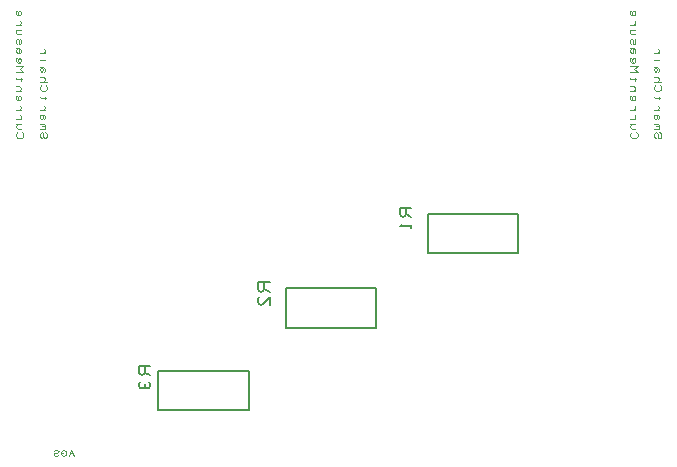
<source format=gbr>
G04 DesignSpark PCB Gerber Version 9.0 Build 5138 *
G04 #@! TF.Part,Single*
G04 #@! TF.FileFunction,Legend,Bot *
G04 #@! TF.FilePolarity,Positive *
%FSLAX35Y35*%
%MOIN*%
%ADD98C,0.00100*%
%ADD12C,0.00500*%
%ADD149C,0.00800*%
X0Y0D02*
D02*
D12*
X54566Y32984D02*
X50816D01*
Y30796*
X51128Y30171*
X51753Y29859*
X52378Y30171*
X52691Y30796*
Y32984*
Y30796D02*
X54566Y29859D01*
X54253Y27671D02*
X54566Y27046D01*
Y26421*
X54253Y25796*
X53628Y25484*
X53003Y25796*
X52691Y26421*
Y27046*
Y26421D02*
X52378Y25796D01*
X51753Y25484*
X51128Y25796*
X50816Y26421*
Y27046*
X51128Y27671*
X94330Y60937D02*
X90580D01*
Y58749*
X90892Y58124*
X91517Y57811*
X92142Y58124*
X92454Y58749*
Y60937*
Y58749D02*
X94330Y57811D01*
Y53437D02*
Y55937D01*
X92142Y53749*
X91517Y53437*
X90892Y53749*
X90580Y54374*
Y55311*
X90892Y55937*
X141574Y85740D02*
X137824D01*
Y83552*
X138136Y82927*
X138761Y82615*
X139386Y82927*
X139698Y83552*
Y85740*
Y83552D02*
X141574Y82615D01*
Y80115D02*
Y78865D01*
Y79490D02*
X137824D01*
X138448Y80115*
D02*
D98*
X10289Y110880D02*
X10093Y110683D01*
X9896Y110289*
Y109699*
X10093Y109305*
X10289Y109108*
X10683Y108911*
X11470*
X11864Y109108*
X12061Y109305*
X12258Y109699*
Y110289*
X12061Y110683*
X11864Y110880*
X11470Y112061D02*
X10486D01*
X10093Y112258*
X9896Y112652*
Y113045*
X10093Y113439*
X10486Y113636*
X11470D02*
X9896D01*
Y115211D02*
X11470D01*
X10880D02*
X11274Y115407D01*
X11470Y115801*
Y116195*
X11274Y116589*
X9896Y118360D02*
X11470D01*
X10880D02*
X11274Y118557D01*
X11470Y118951*
Y119344*
X11274Y119738*
X10093Y123085D02*
X9896Y122888D01*
Y122494*
Y122100*
X10093Y121707*
X10486Y121510*
X11077*
X11274Y121707*
X11470Y122100*
Y122494*
X11274Y122888*
X11077Y123085*
X10880*
X10683Y122888*
X10486Y122494*
Y122100*
X10683Y121707*
X10880Y121510*
X9896Y124659D02*
X11470D01*
X10880D02*
X11274Y124856D01*
X11470Y125250*
Y125644*
X11274Y126037*
X10880Y126234*
X9896*
X11470Y128137D02*
Y129056D01*
X11864Y128596D02*
X10093D01*
X9896Y128793*
Y128990*
X10093Y129187*
X9896Y130959D02*
X12258D01*
X11077Y131943*
X12258Y132927*
X9896*
X10093Y135683D02*
X9896Y135486D01*
Y135093*
Y134699*
X10093Y134305*
X10486Y134108*
X11077*
X11274Y134305*
X11470Y134699*
Y135093*
X11274Y135486*
X11077Y135683*
X10880*
X10683Y135486*
X10486Y135093*
Y134699*
X10683Y134305*
X10880Y134108*
X11274Y137258D02*
X11470Y137652D01*
Y138242*
X11274Y138636*
X10880Y138833*
X10289*
X10093Y138636*
X9896Y138242*
Y137848*
X10093Y137455*
X10289Y137258*
X10486*
X10683Y137455*
X10880Y137848*
Y138242*
X10683Y138636*
X10486Y138833*
X10289D02*
X9896D01*
X10093Y140407D02*
X9896Y140801D01*
Y141589*
X10093Y141982*
X10486*
X10683Y141589*
Y140801*
X10880Y140407*
X11274*
X11470Y140801*
Y141589*
X11274Y141982*
X11470Y143557D02*
X10486D01*
X10093Y143754*
X9896Y144148*
Y144541*
X10093Y144935*
X10486Y145132*
X11470D02*
X9896D01*
Y146707D02*
X11470D01*
X10880D02*
X11274Y146904D01*
X11470Y147297*
Y147691*
X11274Y148085*
X10093Y151431D02*
X9896Y151234D01*
Y150841*
Y150447*
X10093Y150053*
X10486Y149856*
X11077*
X11274Y150053*
X11470Y150447*
Y150841*
X11274Y151234*
X11077Y151431*
X10880*
X10683Y151234*
X10486Y150841*
Y150447*
X10683Y150053*
X10880Y149856*
X18360Y108911D02*
X17967Y109108D01*
X17770Y109502*
Y110289*
X17967Y110683*
X18360Y110880*
X18754Y110683*
X18951Y110289*
Y109502*
X19148Y109108*
X19541Y108911*
X19935Y109108*
X20132Y109502*
Y110289*
X19935Y110683*
X19541Y110880*
X17770Y112061D02*
X19344D01*
X19148D02*
X19344Y112258D01*
Y112652*
X19148Y112848*
X18557*
X19148D02*
X19344Y113045D01*
Y113439*
X19148Y113636*
X17770*
X19148Y115211D02*
X19344Y115604D01*
Y116195*
X19148Y116589*
X18754Y116785*
X18163*
X17967Y116589*
X17770Y116195*
Y115801*
X17967Y115407*
X18163Y115211*
X18360*
X18557Y115407*
X18754Y115801*
Y116195*
X18557Y116589*
X18360Y116785*
X18163D02*
X17770D01*
Y118360D02*
X19344D01*
X18754D02*
X19148Y118557D01*
X19344Y118951*
Y119344*
X19148Y119738*
X19344Y121838D02*
Y122757D01*
X19738Y122297D02*
X17967D01*
X17770Y122494*
Y122691*
X17967Y122888*
X18163Y126628D02*
X17967Y126431D01*
X17770Y126037*
Y125447*
X17967Y125053*
X18163Y124856*
X18557Y124659*
X19344*
X19738Y124856*
X19935Y125053*
X20132Y125447*
Y126037*
X19935Y126431*
X19738Y126628*
X17770Y127809D02*
X20132D01*
X18754D02*
X19148Y128006D01*
X19344Y128400*
Y128793*
X19148Y129187*
X18754Y129384*
X17770*
X19148Y130959D02*
X19344Y131352D01*
Y131943*
X19148Y132337*
X18754Y132533*
X18163*
X17967Y132337*
X17770Y131943*
Y131549*
X17967Y131156*
X18163Y130959*
X18360*
X18557Y131156*
X18754Y131549*
Y131943*
X18557Y132337*
X18360Y132533*
X18163D02*
X17770D01*
Y134896D02*
X19344D01*
X19935D02*
X17770Y137258*
X19344D01*
X18754D02*
X19148Y137455D01*
X19344Y137848*
Y138242*
X19148Y138636*
X28990Y3081D02*
X28209Y4956D01*
X27428Y3081*
X28678Y3862D02*
X27740D01*
X25396D02*
X24928D01*
Y3706*
X25084Y3393*
X25240Y3237*
X25553Y3081*
X25865*
X26178Y3237*
X26334Y3393*
X26490Y3706*
Y4331*
X26334Y4643*
X26178Y4800*
X25865Y4956*
X25553*
X25240Y4800*
X25084Y4643*
X24928Y4331*
X23990Y3550D02*
X23834Y3237D01*
X23521Y3081*
X22896*
X22584Y3237*
X22428Y3550*
X22584Y3862*
X22896Y4019*
X23521*
X23834Y4175*
X23990Y4487*
X23834Y4800*
X23521Y4956*
X22896*
X22584Y4800*
X22428Y4487*
X215014Y110880D02*
X214817Y110683D01*
X214620Y110289*
Y109699*
X214817Y109305*
X215014Y109108*
X215407Y108911*
X216195*
X216589Y109108*
X216785Y109305*
X216982Y109699*
Y110289*
X216785Y110683*
X216589Y110880*
X216195Y112061D02*
X215211D01*
X214817Y112258*
X214620Y112652*
Y113045*
X214817Y113439*
X215211Y113636*
X216195D02*
X214620D01*
Y115211D02*
X216195D01*
X215604D02*
X215998Y115407D01*
X216195Y115801*
Y116195*
X215998Y116589*
X214620Y118360D02*
X216195D01*
X215604D02*
X215998Y118557D01*
X216195Y118951*
Y119344*
X215998Y119738*
X214817Y123085D02*
X214620Y122888D01*
Y122494*
Y122100*
X214817Y121707*
X215211Y121510*
X215801*
X215998Y121707*
X216195Y122100*
Y122494*
X215998Y122888*
X215801Y123085*
X215604*
X215407Y122888*
X215211Y122494*
Y122100*
X215407Y121707*
X215604Y121510*
X214620Y124659D02*
X216195D01*
X215604D02*
X215998Y124856D01*
X216195Y125250*
Y125644*
X215998Y126037*
X215604Y126234*
X214620*
X216195Y128137D02*
Y129056D01*
X216589Y128596D02*
X214817D01*
X214620Y128793*
Y128990*
X214817Y129187*
X214620Y130959D02*
X216982D01*
X215801Y131943*
X216982Y132927*
X214620*
X214817Y135683D02*
X214620Y135486D01*
Y135093*
Y134699*
X214817Y134305*
X215211Y134108*
X215801*
X215998Y134305*
X216195Y134699*
Y135093*
X215998Y135486*
X215801Y135683*
X215604*
X215407Y135486*
X215211Y135093*
Y134699*
X215407Y134305*
X215604Y134108*
X215998Y137258D02*
X216195Y137652D01*
Y138242*
X215998Y138636*
X215604Y138833*
X215014*
X214817Y138636*
X214620Y138242*
Y137848*
X214817Y137455*
X215014Y137258*
X215211*
X215407Y137455*
X215604Y137848*
Y138242*
X215407Y138636*
X215211Y138833*
X215014D02*
X214620D01*
X214817Y140407D02*
X214620Y140801D01*
Y141589*
X214817Y141982*
X215211*
X215407Y141589*
Y140801*
X215604Y140407*
X215998*
X216195Y140801*
Y141589*
X215998Y141982*
X216195Y143557D02*
X215211D01*
X214817Y143754*
X214620Y144148*
Y144541*
X214817Y144935*
X215211Y145132*
X216195D02*
X214620D01*
Y146707D02*
X216195D01*
X215604D02*
X215998Y146904D01*
X216195Y147297*
Y147691*
X215998Y148085*
X214817Y151431D02*
X214620Y151234D01*
Y150841*
Y150447*
X214817Y150053*
X215211Y149856*
X215801*
X215998Y150053*
X216195Y150447*
Y150841*
X215998Y151234*
X215801Y151431*
X215604*
X215407Y151234*
X215211Y150841*
Y150447*
X215407Y150053*
X215604Y149856*
X223085Y108911D02*
X222691Y109108D01*
X222494Y109502*
Y110289*
X222691Y110683*
X223085Y110880*
X223478Y110683*
X223675Y110289*
Y109502*
X223872Y109108*
X224266Y108911*
X224659Y109108*
X224856Y109502*
Y110289*
X224659Y110683*
X224266Y110880*
X222494Y112061D02*
X224069D01*
X223872D02*
X224069Y112258D01*
Y112652*
X223872Y112848*
X223281*
X223872D02*
X224069Y113045D01*
Y113439*
X223872Y113636*
X222494*
X223872Y115211D02*
X224069Y115604D01*
Y116195*
X223872Y116589*
X223478Y116785*
X222888*
X222691Y116589*
X222494Y116195*
Y115801*
X222691Y115407*
X222888Y115211*
X223085*
X223281Y115407*
X223478Y115801*
Y116195*
X223281Y116589*
X223085Y116785*
X222888D02*
X222494D01*
Y118360D02*
X224069D01*
X223478D02*
X223872Y118557D01*
X224069Y118951*
Y119344*
X223872Y119738*
X224069Y121838D02*
Y122757D01*
X224463Y122297D02*
X222691D01*
X222494Y122494*
Y122691*
X222691Y122888*
X222888Y126628D02*
X222691Y126431D01*
X222494Y126037*
Y125447*
X222691Y125053*
X222888Y124856*
X223281Y124659*
X224069*
X224463Y124856*
X224659Y125053*
X224856Y125447*
Y126037*
X224659Y126431*
X224463Y126628*
X222494Y127809D02*
X224856D01*
X223478D02*
X223872Y128006D01*
X224069Y128400*
Y128793*
X223872Y129187*
X223478Y129384*
X222494*
X223872Y130959D02*
X224069Y131352D01*
Y131943*
X223872Y132337*
X223478Y132533*
X222888*
X222691Y132337*
X222494Y131943*
Y131549*
X222691Y131156*
X222888Y130959*
X223085*
X223281Y131156*
X223478Y131549*
Y131943*
X223281Y132337*
X223085Y132533*
X222888D02*
X222494D01*
Y134896D02*
X224069D01*
X224659D02*
X222494Y137258*
X224069D01*
X223478D02*
X223872Y137455D01*
X224069Y137848*
Y138242*
X223872Y138636*
D02*
D149*
X57247Y31378D02*
Y18178D01*
X87347*
Y31378*
X57247*
X99767Y58937D02*
Y45737D01*
X129867*
Y58937*
X99767*
X147011Y83740D02*
Y70540D01*
X177111*
Y83740*
X147011*
X0Y0D02*
M02*

</source>
